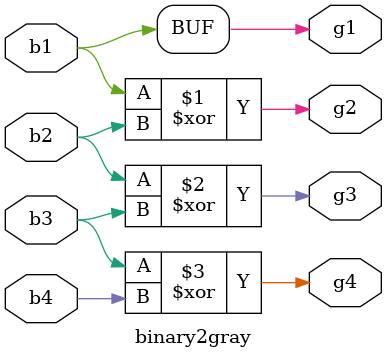
<source format=v>
module binary2gray (b1, b2, b3, b4, g1, g2, g3, g4);

input b1, b2, b3, b4;
output g1, g2, g3, g4;

buf gate1 (g1, b1);
xor gate2 (g2, b1, b2);
xor gate3 (g3, b2, b3);
xor gate4 (g4, b3, b4);

endmodule

</source>
